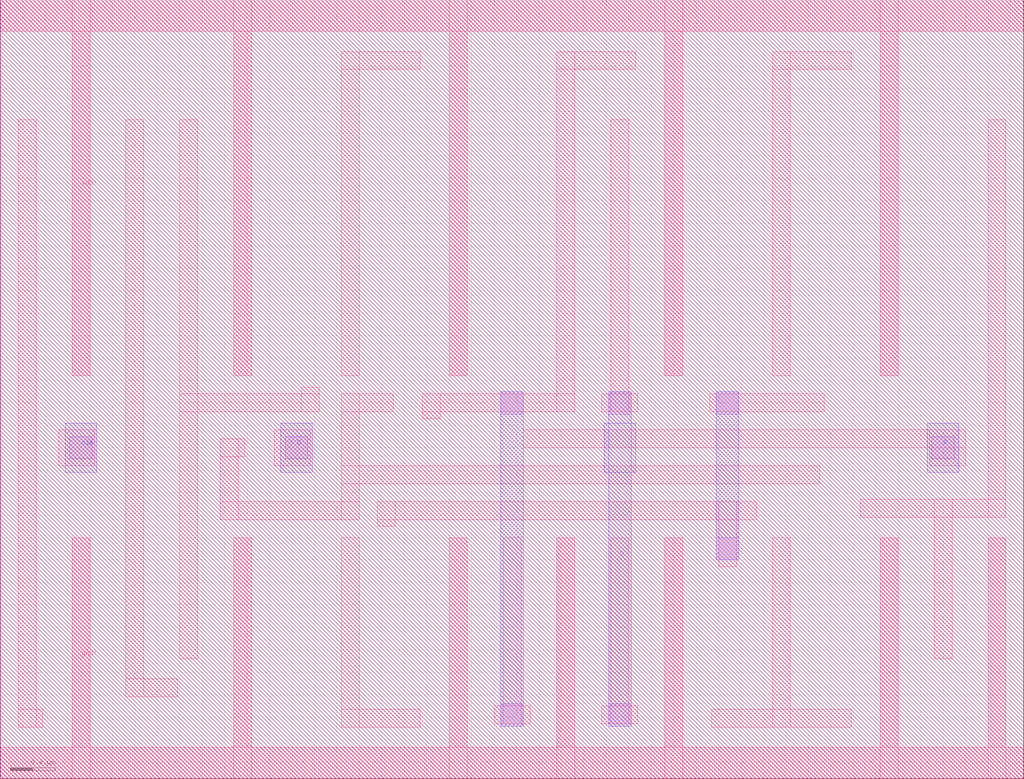
<source format=lef>
NAMESCASESENSITIVE ON ;
BUSBITCHARS "[]" ;

UNITS
  DATABASE MICRONS 1000 ;
END UNITS

MANUFACTURINGGRID 0.01 ;

DIVIDERCHAR "/" ;
#MINFEATURE 0.001 0.001 ;


#LAYER GRLOGIC
#  TYPE  MASTERSLICE ;
#END GRLOGIC

#LAYER NW
#  TYPE	MASTERSLICE ;
#END NW

#LAYER RX
#  TYPE	MASTERSLICE ;
#END RX

#LAYER BP
#  TYPE	MASTERSLICE ;
#END BP

#LAYER PC
#  TYPE	MASTERSLICE ;
#END PC

#LAYER CA
#  TYPE	CUT ;
#END CA

LAYER M1
  TYPE		ROUTING ;
  DIRECTION	HORIZONTAL ;
  PITCH		0.48 ;
  WIDTH		0.16 ;
  AREA		0.12 ;
  SPACING	0.16 ;
  SPACING	0.26 RANGE 1.76 4 ;
  SPACING	0.36 RANGE 4 8 ;
  SPACING	1.12 RANGE 8 25 ;
  SPACING	1.92 RANGE 25 100000 ;
END M1

LAYER V1
  TYPE	CUT ;
END V1

LAYER M2
  TYPE		ROUTING ;
  DIRECTION	VERTICAL ;
  PITCH		0.48 ;
  WIDTH		0.2 ;
  AREA		0.12 ;
  SPACING	0.2 ;
  SPACING	0.28 RANGE 2 4 ;
  SPACING	0.36 RANGE 4 8 ;
  SPACING	1.12 RANGE 8 25 ;
  SPACING	1.92 RANGE 25 100000 ;
  CURRENTDEN 0 ;
END M2

LAYER V2
  TYPE	CUT ;
END V2

LAYER M3
  TYPE		ROUTING ;
  DIRECTION	HORIZONTAL ;
  PITCH		0.48 ;
  WIDTH		0.2 ;
  AREA		0.12 ;
  SPACING	0.2 ;
  SPACING	0.28 RANGE 2 4 ;
  SPACING	0.36 RANGE 4 8 ;
  SPACING	1.12 RANGE 8 25 ;
  SPACING	1.92 RANGE 25 100000 ;
END M3

LAYER V3
  TYPE	CUT ;
END V3

LAYER M4
  TYPE		ROUTING ;
  DIRECTION	VERTICAL ;
  PITCH		0.48 ;
  WIDTH		0.2 ;
  AREA		0.12 ;
  SPACING	0.2 ;
  SPACING	0.28 RANGE 2 4 ;
  SPACING	0.36 RANGE 4 8 ;
  SPACING	1.12 RANGE 8 25 ;
  SPACING	1.92 RANGE 25 100000 ;
END M4

LAYER V4
  TYPE	CUT ;
END V4

LAYER M5
  TYPE		ROUTING ;
  DIRECTION	HORIZONTAL ;
  PITCH		0.48 ;
  WIDTH		0.2 ;
  AREA		0.12 ;
  SPACING	0.2 ;
  SPACING	0.28 RANGE 2 4 ;
  SPACING	0.36 RANGE 4 8 ;
  SPACING	1.12 RANGE 8 25 ;
  SPACING	1.92 RANGE 25 100000 ;
END M5

LAYER V5
  TYPE	CUT ;
END V5

LAYER M6
  TYPE		ROUTING ;
  DIRECTION	VERTICAL ;
  PITCH		0.48 ;
  WIDTH		0.2 ;
  AREA		0.12 ;
  SPACING	0.2 ;
  SPACING	0.28 RANGE 2 4 ;
  SPACING	0.36 RANGE 4 8 ;
  SPACING	1.12 RANGE 8 25 ;
  SPACING	1.92 RANGE 25 100000 ;
END M6

LAYER OVERLAP
  TYPE	OVERLAP ;
END OVERLAP

SPACING
  SAMENET M1  M1	0.16 STACK ;
  SAMENET M2  M2	0.2 STACK ;
  SAMENET M3  M3	0.2 STACK ;
  SAMENET M4  M4	0.2 STACK ;
  SAMENET M5  M5	0.2 STACK ;
  SAMENET M6  M6	0.2 STACK ;
  SAMENET V1  V1	0.2 ;
  SAMENET V2  V2	0.2 ;
  SAMENET V3  V3	0.2 ;
  SAMENET V4  V4	0.2 ;
  SAMENET V5  V5	0.2 ;
  SAMENET V1  V2	0.00 STACK ;
  SAMENET V2  V3	0.00 STACK ;
  SAMENET V3  V4	0.00 STACK ;
  SAMENET V4  V5	0.00 STACK ;
  SAMENET V1  V3	0.00 STACK ;
  SAMENET V2  V4	0.00 STACK ;
  SAMENET V3  V5	0.00 STACK ;
  SAMENET V1  V4	0.00 STACK ;
  SAMENET V2  V5	0.00 STACK ;
  SAMENET V1  V5	0.00 STACK ;
END SPACING

VIA via5 DEFAULT
  LAYER M5 ;
    RECT -0.1 -0.1 0.1 0.1 ;
  LAYER V5 ;
    RECT -0.1 -0.1 0.1 0.1 ;
  LAYER M6 ;
    RECT -0.1 -0.1 0.1 0.1 ;
END via5

VIA via4 DEFAULT
  LAYER M4 ;
    RECT -0.1 -0.1 0.1 0.1 ;
  LAYER V4 ;
    RECT -0.1 -0.1 0.1 0.1 ;
  LAYER M5 ;
    RECT -0.1 -0.1 0.1 0.1 ;
END via4

VIA via3 DEFAULT
  LAYER M4 ;
    RECT -0.1 -0.1 0.1 0.1 ;
  LAYER V3 ;
    RECT -0.1 -0.1 0.1 0.1 ;
  LAYER M3 ;
    RECT -0.1 -0.1 0.1 0.1 ;
END via3

VIA via2 DEFAULT
  LAYER M3 ;
    RECT -0.1 -0.1 0.1 0.1 ;
  LAYER V2 ;
    RECT -0.1 -0.1 0.1 0.1 ;
  LAYER M2 ;
    RECT -0.1 -0.1 0.1 0.1 ;
END via2

VIA via1 DEFAULT
  LAYER M2 ;
    RECT -0.1 -0.1 0.1 0.1 ;
  LAYER V1 ;
    RECT -0.1 -0.1 0.1 0.1 ;
  LAYER M1 ;
    RECT -0.12 -0.12 0.12 0.12 ;
END via1

VIARULE via1Array GENERATE
  LAYER M1 ;
    DIRECTION HORIZONTAL ;
    OVERHANG 0.09 ;
    METALOVERHANG 0 ;
  LAYER M2 ;
    DIRECTION VERTICAL ;
    OVERHANG 0.09 ;
    METALOVERHANG 0 ;
  LAYER V1 ;
    RECT -0.1 -0.1 0.1 0.1 ;
    SPACING 0.4 BY 0.4 ;
END via1Array

VIARULE via2Array GENERATE
  LAYER M3 ;
    DIRECTION HORIZONTAL ;
    OVERHANG 0.06 ;
    METALOVERHANG 0 ;
  LAYER M2 ;
    DIRECTION VERTICAL ;
    OVERHANG 0.06 ;
    METALOVERHANG 0 ;
  LAYER V2 ;
    RECT -0.1 -0.1 0.1 0.1 ;
    SPACING 0.4 BY 0.4 ;
END via2Array

VIARULE via3Array GENERATE
  LAYER M3 ;
    DIRECTION HORIZONTAL ;
    OVERHANG 0.06 ;
    METALOVERHANG 0 ;
  LAYER M4 ;
    DIRECTION VERTICAL ;
    OVERHANG 0.06 ;
    METALOVERHANG 0 ;
  LAYER V3 ;
    RECT -0.1 -0.1 0.1 0.1 ;
    SPACING 0.4 BY 0.4 ;
END via3Array

VIARULE via4Array GENERATE
  LAYER M5 ;
    DIRECTION HORIZONTAL ;
    OVERHANG 0.06 ;
    METALOVERHANG 0 ;
  LAYER M4 ;
    DIRECTION VERTICAL ;
    OVERHANG 0.06 ;
    METALOVERHANG 0 ;
  LAYER V4 ;
    RECT -0.1 -0.1 0.1 0.1 ;
    SPACING 0.4 BY 0.4 ;
END via4Array

VIARULE via5Array GENERATE
  LAYER M5 ;
    DIRECTION HORIZONTAL ;
    OVERHANG 0.06 ;
    METALOVERHANG 0 ;
  LAYER M6 ;
    DIRECTION VERTICAL ;
    OVERHANG 0.09 ;
    METALOVERHANG 0 ;
  LAYER V5 ;
    RECT -0.1 -0.1 0.1 0.1 ;
    SPACING 0.4 BY 0.4 ;
END via5Array

VIARULE TURNM1 GENERATE
  LAYER M1 ;
    DIRECTION HORIZONTAL ;
  LAYER M1 ;
    DIRECTION VERTICAL ;
END TURNM1

VIARULE TURNM2 GENERATE
  LAYER M2 ;
    DIRECTION HORIZONTAL ;
  LAYER M2 ;
    DIRECTION VERTICAL ;
END TURNM2

VIARULE TURNM3 GENERATE
  LAYER M3 ;
    DIRECTION HORIZONTAL ;
  LAYER M3 ;
    DIRECTION VERTICAL ;
END TURNM3

VIARULE TURNM4 GENERATE
  LAYER M4 ;
    DIRECTION HORIZONTAL ;
  LAYER M4 ;
    DIRECTION VERTICAL ;
END TURNM4

VIARULE TURNM5 GENERATE
  LAYER M5 ;
    DIRECTION HORIZONTAL ;
  LAYER M5 ;
    DIRECTION VERTICAL ;
END TURNM5

VIARULE TURNM6 GENERATE
  LAYER M6 ;
    DIRECTION HORIZONTAL ;
  LAYER M6 ;
    DIRECTION VERTICAL ;
END TURNM6


SITE  CoreSite
    CLASS       CORE ;
    SYMMETRY    Y ;
    SIZE        0.480 BY 6.940 ;
END  CoreSite

SITE  TDCoverSite
    CLASS       CORE ;
    SIZE        0.100 BY 0.100 ;
END  TDCoverSite

SITE  SBlockSite
    CLASS       CORE ;
    SIZE        0.100 BY 0.100 ;
END  SBlockSite

SITE  PortCellSite
    CLASS       PAD ;
    SIZE        0.100 BY 0.100 ;
END  PortCellSite

SITE  Core
    CLASS       CORE ;
    SYMMETRY    Y ;
    SIZE        0.480 BY 6.940 ;
END  Core

MACRO inv
    CLASS CORE ;
    FOREIGN inv 0 -2.95 ;
    ORIGIN 0.00 2.95 ;
    SIZE 0.96 BY 6.94 ;
    SITE CoreSite ;
    SYMMETRY X Y ;
    SITE core ;
    PIN a
        DIRECTION INPUT ;
        PORT
        LAYER M2 ;
        RECT  0.10 -0.22 0.38 0.22 ;
        END
    END a
    PIN out
        DIRECTION OUTPUT ;
        PORT
        LAYER M2 ;
        RECT  0.58 -0.22 0.86 0.22 ;
        END
    END out
    PIN vdd!
        DIRECTION INOUT ;
	USE POWER ;
	SHAPE ABUTMENT ;
        USE POWER ;
        SHAPE ABUTMENT ;
        PORT
        LAYER M1 ;
        RECT  0.00 3.71 0.96 3.99 ;
        RECT  0.16 0.64 0.32 3.99 ;
        END
    END vdd!
    PIN gnd!
        DIRECTION INOUT ;
	USE GROUND ;
	SHAPE ABUTMENT ;
        USE GROUND ;
        SHAPE ABUTMENT ;
        PORT
        LAYER M1 ;
        RECT  0.00 -2.95 0.96 -2.67 ;
        RECT  0.16 -2.95 0.32 -0.80 ;
        END
    END gnd!
    OBS
        LAYER M1 ;
        RECT  0.10 -0.16 0.42 0.16 ;
        RECT  0.60 -0.16 0.84 0.16 ;
        RECT  0.64 -1.88 0.80 2.92 ;
        RECT  0.00 3.71 0.96 3.99 ;
        RECT  0.16 0.64 0.32 3.99 ;
        RECT  0.00 -2.95 0.96 -2.67 ;
        RECT  0.16 -2.95 0.32 -0.80 ;
        LAYER V1 ;
        RECT  0.14 -0.10 0.34 0.10 ;
        RECT  0.62 -0.10 0.82 0.10 ;
    END
END inv

MACRO oai211
    CLASS CORE ;
    FOREIGN oai211 0 -2.95 ;
    ORIGIN 0.00 2.95 ;
    SIZE 2.40 BY 6.94 ;
    SITE CoreSite ;
    SYMMETRY X Y ;
    SITE core ;
    PIN d
        DIRECTION OUTPUT ;
        PORT
        LAYER M2 ;
        RECT  0.10 -0.22 0.38 0.22 ;
        END
    END d
    PIN out
        DIRECTION OUTPUT ;
        PORT
        LAYER M2 ;
        RECT  1.54 -0.22 1.82 0.22 ;
        END
    END out
    PIN a
        DIRECTION OUTPUT ;
        PORT
        LAYER M2 ;
        RECT  1.06 -0.22 1.34 0.22 ;
        END
    END a
    PIN c
        DIRECTION OUTPUT ;
        PORT
        LAYER M2 ;
        RECT  0.58 -0.22 0.86 0.22 ;
        END
    END c
    PIN b
        DIRECTION OUTPUT ;
        PORT
        LAYER M2 ;
        RECT  2.02 -0.22 2.30 0.22 ;
        END
    END b
    PIN vdd!
        DIRECTION INOUT ;
	USE POWER ;
	SHAPE ABUTMENT ;
        USE POWER ;
        SHAPE ABUTMENT ;
        PORT
        LAYER M1 ;
        RECT  0.00 3.71 2.40 3.99 ;
        RECT  1.12 0.64 1.28 3.99 ;
        RECT  0.16 0.64 0.32 3.99 ;
        END
    END vdd!
    PIN gnd!
        DIRECTION INOUT ;
	USE GROUND ;
	SHAPE ABUTMENT ;
        USE GROUND ;
        SHAPE ABUTMENT ;
        PORT
        LAYER M1 ;
        RECT  0.00 -2.95 2.40 -2.67 ;
        RECT  0.16 -2.95 0.32 -0.80 ;
        END
    END gnd!
    OBS
        LAYER M1 ;
        RECT  0.12 -0.16 0.44 0.16 ;
        RECT  0.60 -0.16 0.92 0.16 ;
        RECT  1.08 -0.16 1.40 0.16 ;
        RECT  1.56 -0.16 1.80 0.16 ;
        RECT  1.60 -1.88 1.76 0.48 ;
        RECT  0.64 0.32 2.24 0.48 ;
        RECT  0.64 0.32 0.80 2.92 ;
        RECT  2.08 0.32 2.24 2.92 ;
        RECT  1.12 -2.20 2.24 -2.04 ;
        RECT  1.12 -2.20 1.28 -0.80 ;
        RECT  2.08 -2.20 2.24 -0.80 ;
        RECT  1.96 -0.16 2.28 0.16 ;
        RECT  0.00 3.71 2.40 3.99 ;
        RECT  1.12 0.64 1.28 3.99 ;
        RECT  0.16 0.64 0.32 3.99 ;
        RECT  0.00 -2.95 2.40 -2.67 ;
        RECT  0.16 -2.95 0.32 -0.80 ;
        LAYER V1 ;
        RECT  0.14 -0.10 0.34 0.10 ;
        RECT  0.62 -0.10 0.82 0.10 ;
        RECT  1.10 -0.10 1.30 0.10 ;
        RECT  1.58 -0.10 1.78 0.10 ;
        RECT  2.06 -0.10 2.26 0.10 ;
        LAYER M2 ;
        RECT  0.10 -0.22 0.38 0.22 ;
        RECT  1.54 -0.22 1.82 0.22 ;
        RECT  1.06 -0.22 1.34 0.22 ;
        RECT  0.58 -0.22 0.86 0.22 ;
        RECT  2.02 -0.22 2.30 0.22 ;
    END
END oai211

MACRO oai21
    CLASS CORE ;
    FOREIGN oai21 0 -2.95 ;
    ORIGIN 0.00 2.95 ;
    SIZE 1.92 BY 6.94 ;
    SITE CoreSite ;
    SYMMETRY X Y ;
    SITE core ;
    PIN a
        DIRECTION INPUT ;
        PORT
        LAYER M2 ;
        RECT  0.10 -0.22 0.38 0.22 ;
        END
    END a
    PIN b
        DIRECTION INPUT ;
        PORT
        LAYER M2 ;
        RECT  0.58 -0.22 0.86 0.22 ;
        END
    END b
    PIN c
        DIRECTION INPUT ;
        PORT
        LAYER M2 ;
        RECT  1.06 -0.22 1.34 0.22 ;
        END
    END c
    PIN out
        DIRECTION OUTPUT ;
        PORT
        LAYER M2 ;
        RECT  1.54 -0.22 1.82 0.22 ;
        END
    END out
    PIN vdd!
        DIRECTION INOUT ;
	USE POWER ;
	SHAPE ABUTMENT ;
        USE POWER ;
        SHAPE ABUTMENT ;
        PORT
        LAYER M1 ;
        RECT  0.00 3.71 1.92 3.99 ;
        RECT  1.60 0.64 1.76 3.99 ;
        RECT  0.16 0.64 0.32 3.99 ;
        END
    END vdd!
    PIN gnd!
        DIRECTION INOUT ;
	USE GROUND ;
	SHAPE ABUTMENT ;
        USE GROUND ;
        SHAPE ABUTMENT ;
        PORT
        LAYER M1 ;
        RECT  0.00 -2.95 1.92 -2.67 ;
        RECT  0.64 -2.95 0.80 -0.80 ;
        END
    END gnd!
    OBS
        LAYER M1 ;
        RECT  0.12 -0.16 0.44 0.16 ;
        RECT  0.60 -0.16 0.92 0.16 ;
        RECT  0.16 -1.88 0.32 -0.32 ;
        RECT  1.12 -1.88 1.28 -0.32 ;
        RECT  0.16 -0.48 1.28 -0.32 ;
        RECT  1.08 -0.16 1.40 0.16 ;
        RECT  1.56 -0.16 1.80 0.16 ;
        RECT  1.60 -1.88 1.76 0.48 ;
        RECT  1.12 0.32 1.76 0.48 ;
        RECT  1.12 0.32 1.28 2.92 ;
        RECT  0.00 3.71 1.92 3.99 ;
        RECT  1.60 0.64 1.76 3.99 ;
        RECT  0.16 0.64 0.32 3.99 ;
        RECT  0.00 -2.95 1.92 -2.67 ;
        RECT  0.64 -2.95 0.80 -0.80 ;
        LAYER V1 ;
        RECT  0.14 -0.10 0.34 0.10 ;
        RECT  0.62 -0.10 0.82 0.10 ;
        RECT  1.10 -0.10 1.30 0.10 ;
        RECT  1.58 -0.10 1.78 0.10 ;
    END
END oai21

MACRO nand2
    CLASS CORE ;
    FOREIGN nand2 0 -2.95 ;
    ORIGIN 0.00 2.95 ;
    SIZE 1.44 BY 6.94 ;
    SITE CoreSite ;
    SYMMETRY X Y ;
    SITE core ;
    PIN a
        DIRECTION INPUT ;
        PORT
        LAYER M2 ;
        RECT  0.10 -0.22 0.38 0.22 ;
        END
    END a
    PIN b
        DIRECTION INPUT ;
        PORT
        LAYER M2 ;
        RECT  0.58 -0.22 0.86 0.22 ;
        END
    END b
    PIN out
        DIRECTION OUTPUT ;
        PORT
        LAYER M2 ;
        RECT  1.06 -0.22 1.34 0.22 ;
        END
    END out
    PIN vdd!
        DIRECTION INOUT ;
	USE POWER ;
	SHAPE ABUTMENT ;
        USE POWER ;
        SHAPE ABUTMENT ;
        PORT
        LAYER M1 ;
        RECT  0.00 3.71 1.44 3.99 ;
        RECT  1.12 0.64 1.28 3.99 ;
        RECT  0.16 0.64 0.32 3.99 ;
        END
    END vdd!
    PIN gnd!
        DIRECTION INOUT ;
	USE GROUND ;
	SHAPE ABUTMENT ;
        USE GROUND ;
        SHAPE ABUTMENT ;
        PORT
        LAYER M1 ;
        RECT  0.00 -2.95 1.44 -2.67 ;
        RECT  0.16 -2.95 0.32 -0.80 ;
        END
    END gnd!
    OBS
        LAYER M1 ;
        RECT  0.12 -0.16 0.44 0.16 ;
        RECT  0.60 -0.16 0.92 0.16 ;
        RECT  1.08 -0.16 1.32 0.16 ;
        RECT  1.12 -1.88 1.28 0.48 ;
        RECT  0.64 0.32 1.28 0.48 ;
        RECT  0.64 0.32 0.80 2.92 ;
        RECT  0.00 3.71 1.44 3.99 ;
        RECT  1.12 0.64 1.28 3.99 ;
        RECT  0.16 0.64 0.32 3.99 ;
        RECT  0.00 -2.95 1.44 -2.67 ;
        RECT  0.16 -2.95 0.32 -0.80 ;
        LAYER V1 ;
        RECT  0.14 -0.10 0.34 0.10 ;
        RECT  0.62 -0.10 0.82 0.10 ;
        RECT  1.10 -0.10 1.30 0.10 ;
    END
END nand2

MACRO mux2to1
    CLASS CORE ;
    FOREIGN mux2to1 0 -2.95 ;
    ORIGIN 0.00 2.95 ;
    SIZE 3.36 BY 6.94 ;
    SITE CoreSite ;
    SYMMETRY X Y ;
    SITE core ;
    PIN b
        DIRECTION INPUT ;
        PORT
        LAYER M2 ;
        RECT  2.02 -0.22 2.30 0.22 ;
        END
    END b
    PIN out
        DIRECTION OUTPUT ;
        PORT
        LAYER M2 ;
        RECT  2.98 -0.22 3.26 0.22 ;
        END
    END out
    PIN s
        DIRECTION INPUT ;
        PORT
        LAYER M2 ;
        RECT  0.58 -0.22 0.86 0.22 ;
        END
    END s
    PIN a
        DIRECTION INPUT ;
        PORT
        LAYER M2 ;
        RECT  1.06 -0.22 1.34 0.22 ;
        END
    END a
    PIN vdd!
        DIRECTION INOUT ;
	USE POWER ;
	SHAPE ABUTMENT ;
        USE POWER ;
        SHAPE ABUTMENT ;
        PORT
        LAYER M1 ;
        RECT  0.00 3.71 3.36 3.99 ;
        RECT  2.56 0.64 2.72 3.99 ;
        RECT  0.64 0.64 0.80 3.99 ;
        END
    END vdd!
    PIN gnd!
        DIRECTION INOUT ;
	USE GROUND ;
	SHAPE ABUTMENT ;
        USE GROUND ;
        SHAPE ABUTMENT ;
        PORT
        LAYER M1 ;
        RECT  0.00 -2.95 3.36 -2.67 ;
        RECT  2.56 -2.95 2.72 -0.80 ;
        RECT  0.64 -2.95 0.80 -0.80 ;
        END
    END gnd!
    OBS
        LAYER M1 ;
        RECT  0.52 -0.16 0.84 0.16 ;
        RECT  1.00 -0.16 1.32 0.16 ;
        RECT  0.16 -0.64 1.76 -0.48 ;
        RECT  1.60 -0.64 1.76 0.14 ;
        RECT  0.16 -1.88 0.32 2.92 ;
        RECT  1.60 -2.49 2.30 -2.33 ;
        RECT  1.60 -2.49 1.76 -0.80 ;
        RECT  2.04 -0.16 2.36 0.16 ;
        RECT  2.68 -0.14 2.84 0.48 ;
        RECT  1.60 0.32 2.84 0.48 ;
        RECT  1.60 0.32 1.76 2.92 ;
        RECT  3.00 -0.16 3.24 0.16 ;
        RECT  3.04 -1.88 3.20 2.92 ;
        LAYER V1 ;
        RECT  0.62 -0.10 0.82 0.10 ;
        RECT  1.10 -0.10 1.30 0.10 ;
        RECT  2.06 -0.10 2.26 0.10 ;
        RECT  3.02 -0.10 3.22 0.10 ;
    END
END mux2to1

MACRO xor2
    CLASS CORE ;
    FOREIGN xor2 0 -2.95 ;
    ORIGIN 0.00 2.95 ;
    SIZE 2.88 BY 6.94 ;
    SITE CoreSite ;
    SYMMETRY X Y ;
    SITE core ;
    PIN out
        DIRECTION OUTPUT ;
        PORT
        LAYER M2 ;
        RECT  2.02 -0.22 2.30 0.22 ;
        END
    END out
    PIN b
        DIRECTION INPUT ;
        PORT
        LAYER M2 ;
        RECT  1.54 -0.22 1.82 0.22 ;
        END
    END b
    PIN a
        DIRECTION INPUT ;
        PORT
        LAYER M2 ;
        RECT  2.50 -0.22 2.78 0.22 ;
        END
    END a
    PIN vdd!
        DIRECTION INOUT ;
	USE POWER ;
	SHAPE ABUTMENT ;
        USE POWER ;
        SHAPE ABUTMENT ;
        PORT
        LAYER M1 ;
        RECT  0.00 3.71 2.88 3.99 ;
        RECT  1.12 0.64 1.28 3.99 ;
        END
    END vdd!
    PIN gnd!
        DIRECTION INOUT ;
	USE GROUND ;
	SHAPE ABUTMENT ;
        USE GROUND ;
        SHAPE ABUTMENT ;
        PORT
        LAYER M1 ;
        RECT  0.00 -2.95 2.88 -2.67 ;
        RECT  2.56 -2.95 2.72 -0.80 ;
        RECT  1.12 -2.95 1.28 -0.80 ;
        RECT  0.16 -2.95 0.32 -0.80 ;
        END
    END gnd!
    OBS
        LAYER M1 ;
        RECT  0.64 -1.88 0.80 0.08 ;
        RECT  0.16 -0.08 1.40 0.08 ;
        RECT  1.24 -0.14 1.40 0.14 ;
        RECT  0.16 -0.08 0.32 2.92 ;
        RECT  1.56 -0.16 1.88 0.16 ;
        RECT  1.60 -0.16 1.76 0.48 ;
        RECT  0.48 0.32 1.76 0.48 ;
        RECT  0.48 0.32 0.64 0.54 ;
        RECT  1.60 -1.88 1.76 -0.32 ;
        RECT  1.60 -0.48 2.24 -0.32 ;
        RECT  2.04 -0.16 2.28 0.16 ;
        RECT  2.08 -0.48 2.24 2.92 ;
        RECT  1.60 0.64 1.76 3.24 ;
        RECT  2.56 0.64 2.72 3.24 ;
        RECT  1.60 3.08 2.72 3.24 ;
        RECT  2.44 -0.16 2.76 0.16 ;
        RECT  0.00 3.71 2.88 3.99 ;
        RECT  1.12 0.64 1.28 3.99 ;
        RECT  0.00 -2.95 2.88 -2.67 ;
        RECT  2.56 -2.95 2.72 -0.80 ;
        RECT  1.12 -2.95 1.28 -0.80 ;
        RECT  0.16 -2.95 0.32 -0.80 ;
        LAYER V1 ;
        RECT  1.58 -0.10 1.78 0.10 ;
        RECT  2.06 -0.10 2.26 0.10 ;
        RECT  2.54 -0.10 2.74 0.10 ;
    END
END xor2

MACRO nor2
    CLASS CORE ;
    FOREIGN nor2 0 -2.95 ;
    ORIGIN 0.00 2.95 ;
    SIZE 1.44 BY 6.94 ;
    SITE CoreSite ;
    SYMMETRY X Y ;
    SITE core ;
    PIN out
        DIRECTION OUTPUT ;
        PORT
        LAYER M2 ;
        RECT  1.06 -0.22 1.34 0.22 ;
        END
    END out
    PIN a
        DIRECTION INPUT ;
        PORT
        LAYER M2 ;
        RECT  0.10 -0.22 0.38 0.22 ;
        END
    END a
    PIN b
        DIRECTION INPUT ;
        PORT
        LAYER M2 ;
        RECT  0.58 -0.22 0.86 0.22 ;
        END
    END b
    PIN vdd!
        DIRECTION INOUT ;
	USE POWER ;
	SHAPE ABUTMENT ;
        USE POWER ;
        SHAPE ABUTMENT ;
        PORT
        LAYER M1 ;
        RECT  0.00 3.71 1.44 3.99 ;
        RECT  0.16 0.64 0.32 3.99 ;
        END
    END vdd!
    PIN gnd!
        DIRECTION INOUT ;
	USE GROUND ;
	SHAPE ABUTMENT ;
        USE GROUND ;
        SHAPE ABUTMENT ;
        PORT
        LAYER M1 ;
        RECT  0.00 -2.95 1.44 -2.67 ;
        RECT  1.12 -2.95 1.28 -0.80 ;
        RECT  0.16 -2.95 0.32 -0.80 ;
        END
    END gnd!
    OBS
        LAYER M1 ;
        RECT  0.12 -0.16 0.44 0.16 ;
        RECT  0.60 -0.16 0.92 0.16 ;
        RECT  0.64 -1.88 0.80 -0.32 ;
        RECT  0.64 -0.48 1.28 -0.32 ;
        RECT  1.08 -0.16 1.32 0.16 ;
        RECT  1.12 -0.48 1.28 2.92 ;
        RECT  0.00 3.71 1.44 3.99 ;
        RECT  0.16 0.64 0.32 3.99 ;
        RECT  0.00 -2.95 1.44 -2.67 ;
        RECT  1.12 -2.95 1.28 -0.80 ;
        RECT  0.16 -2.95 0.32 -0.80 ;
        LAYER V1 ;
        RECT  0.14 -0.10 0.34 0.10 ;
        RECT  0.62 -0.10 0.82 0.10 ;
        RECT  1.10 -0.10 1.30 0.10 ;
    END
END nor2

MACRO aoi22
    CLASS CORE ;
    FOREIGN aoi22 0 -2.95 ;
    ORIGIN 0.00 2.95 ;
    SIZE 2.40 BY 6.94 ;
    SITE CoreSite ;
    SYMMETRY X Y ;
    SITE core ;
    PIN a
        DIRECTION INPUT ;
        PORT
        LAYER M2 ;
        RECT  0.10 -0.22 0.38 0.22 ;
        END
    END a
    PIN b
        DIRECTION INPUT ;
        PORT
        LAYER M2 ;
        RECT  0.58 -0.22 0.86 0.22 ;
        END
    END b
    PIN c
        DIRECTION INPUT ;
        PORT
        LAYER M2 ;
        RECT  1.06 -0.22 1.34 0.22 ;
        END
    END c
    PIN out
        DIRECTION OUTPUT ;
        PORT
        LAYER M2 ;
        RECT  1.54 -0.22 1.82 0.22 ;
        END
    END out
    PIN d
        DIRECTION INPUT ;
        PORT
        LAYER M2 ;
        RECT  2.02 -0.22 2.30 0.22 ;
        END
    END d
    PIN vdd!
        DIRECTION INOUT ;
	USE POWER ;
	SHAPE ABUTMENT ;
        USE POWER ;
        SHAPE ABUTMENT ;
        PORT
        LAYER M1 ;
        RECT  0.00 3.71 2.40 3.99 ;
        RECT  0.64 0.64 0.80 3.99 ;
        END
    END vdd!
    PIN gnd!
        DIRECTION INOUT ;
	USE GROUND ;
	SHAPE ABUTMENT ;
        USE GROUND ;
        SHAPE ABUTMENT ;
        PORT
        LAYER M1 ;
        RECT  0.00 -2.95 2.40 -2.67 ;
        RECT  1.12 -2.95 1.28 -0.80 ;
        END
    END gnd!
    OBS
        LAYER M1 ;
        RECT  0.12 -0.16 0.44 0.16 ;
        RECT  0.60 -0.16 0.92 0.16 ;
        RECT  1.08 -0.16 1.40 0.16 ;
        RECT  0.16 0.32 1.28 0.48 ;
        RECT  0.16 0.32 0.32 2.92 ;
        RECT  1.12 0.32 1.28 3.24 ;
        RECT  2.08 0.64 2.24 3.24 ;
        RECT  1.12 3.08 2.24 3.24 ;
        RECT  0.16 -1.88 0.32 -0.48 ;
        RECT  2.08 -1.88 2.24 -0.48 ;
        RECT  0.16 -0.64 2.24 -0.48 ;
        RECT  1.56 -0.16 1.80 0.16 ;
        RECT  1.60 -0.64 1.76 2.92 ;
        RECT  1.96 -0.16 2.28 0.16 ;
        RECT  0.00 3.71 2.40 3.99 ;
        RECT  0.64 0.64 0.80 3.99 ;
        RECT  0.00 -2.95 2.40 -2.67 ;
        RECT  1.12 -2.95 1.28 -0.80 ;
        LAYER V1 ;
        RECT  0.14 -0.10 0.34 0.10 ;
        RECT  0.62 -0.10 0.82 0.10 ;
        RECT  1.10 -0.10 1.30 0.10 ;
        RECT  1.58 -0.10 1.78 0.10 ;
        RECT  2.06 -0.10 2.26 0.10 ;
        LAYER M2 ;
        RECT  0.10 -0.22 0.38 0.22 ;
        RECT  0.58 -0.22 0.86 0.22 ;
        RECT  1.06 -0.22 1.34 0.22 ;
        RECT  1.54 -0.22 1.82 0.22 ;
        RECT  2.02 -0.22 2.30 0.22 ;
    END
END aoi22

MACRO filler
    CLASS CORE ;
    FOREIGN filler -1.11 -2.95 ;
    ORIGIN 1.11 2.95 ;
    SIZE 0.48 BY 6.94 ;
    SITE CoreSite ;
    SYMMETRY X Y ;
    SITE core ;
    PIN gnd!
        DIRECTION INOUT ;
	USE GROUND ;
	SHAPE ABUTMENT ;
        USE GROUND ;
        SHAPE ABUTMENT ;
        PORT
        LAYER M1 ;
        RECT  -1.11 -2.95 -0.63 -2.67 ;
        END
    END gnd!
    PIN vdd!
        DIRECTION INOUT ;
	USE POWER ;
	SHAPE ABUTMENT ;
        USE POWER ;
        SHAPE ABUTMENT ;
        PORT
        LAYER M1 ;
        RECT  -1.11 3.71 -0.63 3.99 ;
        END
    END vdd!
    OBS
        LAYER M1 ;
        RECT  -1.11 -2.95 -0.63 -2.67 ;
        RECT  -1.11 3.71 -0.63 3.99 ;
    END
END filler

MACRO d_ff
    CLASS CORE ;
    FOREIGN d_ff 0 -2.95 ;
    ORIGIN 0.00 2.95 ;
    SIZE 9.12 BY 6.94 ;
    SITE CoreSite ;
    SYMMETRY X Y ;
    SITE core ;
    PIN clk
        DIRECTION INPUT ;
        USE CLOCK ;
        PORT
        LAYER M2 ;
        RECT  0.58 -0.22 0.86 0.22 ;
        END
    END clk
    PIN D
        DIRECTION INPUT ;
        PORT
        LAYER M2 ;
        RECT  2.50 -0.22 2.78 0.22 ;
        END
    END D
    PIN R
        DIRECTION INPUT ;
        PORT
        LAYER M2 ;
        RECT  8.26 -0.22 8.54 0.22 ;
        END
    END R
    PIN Q
        DIRECTION OUTPUT ;
        PORT
        LAYER M2 ;
        RECT  5.38 -0.22 5.66 0.22 ;
        RECT  5.42 -2.48 5.62 0.50 ;
        END
    END Q
    PIN vdd!
        DIRECTION INOUT ;
	USE POWER ;
	SHAPE ABUTMENT ;
        USE POWER ;
        SHAPE ABUTMENT ;
        PORT
        LAYER M1 ;
        RECT  0.00 3.71 9.12 3.99 ;
        RECT  7.84 0.64 8.00 3.99 ;
        RECT  5.92 0.64 6.08 3.99 ;
        RECT  4.00 0.64 4.16 3.99 ;
        RECT  2.08 0.64 2.24 3.99 ;
        RECT  0.64 0.64 0.80 3.99 ;
        END
    END vdd!
    PIN gnd!
        DIRECTION INOUT ;
	USE GROUND ;
	SHAPE ABUTMENT ;
        USE GROUND ;
        SHAPE ABUTMENT ;
        PORT
        LAYER M1 ;
        RECT  0.00 -2.95 9.12 -2.67 ;
        RECT  8.80 -2.95 8.96 -0.80 ;
        RECT  7.84 -2.95 8.00 -0.80 ;
        RECT  5.92 -2.95 6.08 -0.80 ;
        RECT  4.96 -2.95 5.12 -0.80 ;
        RECT  4.00 -2.95 4.16 -0.80 ;
        RECT  2.08 -2.95 2.24 -0.80 ;
        RECT  0.64 -2.95 0.80 -0.80 ;
        END
    END gnd!
    OBS
        LAYER M1 ;
        RECT  0.16 -2.49 0.38 -2.33 ;
        RECT  0.16 -2.49 0.32 2.92 ;
        RECT  0.52 -0.16 0.84 0.16 ;
        RECT  1.12 -2.22 1.58 -2.06 ;
        RECT  1.12 -2.22 1.28 2.92 ;
        RECT  2.44 -0.16 2.76 0.16 ;
        RECT  1.60 0.32 2.84 0.48 ;
        RECT  2.68 0.32 2.84 0.54 ;
        RECT  1.60 -1.88 1.76 2.92 ;
        RECT  3.04 0.64 3.20 3.53 ;
        RECT  3.04 3.37 3.74 3.53 ;
        RECT  3.04 -2.49 3.74 -2.33 ;
        RECT  3.04 -2.49 3.20 -0.80 ;
        RECT  4.40 -2.46 4.72 -2.30 ;
        RECT  4.48 -2.46 4.64 -0.80 ;
        RECT  3.76 0.26 3.92 0.48 ;
        RECT  3.76 0.32 5.12 0.48 ;
        RECT  4.96 0.32 5.12 3.53 ;
        RECT  4.96 3.37 5.66 3.53 ;
        RECT  5.36 0.32 5.68 0.48 ;
        RECT  5.44 0.32 5.60 2.92 ;
        RECT  5.36 -2.46 5.68 -2.30 ;
        RECT  5.44 -2.46 5.60 -0.80 ;
        RECT  3.36 -0.70 3.52 -0.48 ;
        RECT  6.40 -1.06 6.56 -0.48 ;
        RECT  3.36 -0.64 6.74 -0.48 ;
        RECT  1.96 -0.64 3.20 -0.48 ;
        RECT  3.04 -0.32 7.30 -0.16 ;
        RECT  1.96 -0.64 2.12 0.08 ;
        RECT  1.96 -0.08 2.18 0.08 ;
        RECT  3.04 -0.64 3.20 0.48 ;
        RECT  3.04 0.32 3.50 0.48 ;
        RECT  6.32 0.32 7.34 0.48 ;
        RECT  6.88 0.64 7.04 3.53 ;
        RECT  6.88 3.37 7.58 3.53 ;
        RECT  6.34 -2.49 7.58 -2.33 ;
        RECT  6.88 -2.49 7.04 -0.80 ;
        RECT  8.28 -0.16 8.60 0.16 ;
        RECT  4.66 0.00 8.60 0.16 ;
        RECT  8.32 -1.88 8.48 -0.46 ;
        RECT  7.66 -0.62 8.96 -0.46 ;
        RECT  8.80 -0.62 8.96 2.92 ;
        RECT  0.00 3.71 9.12 3.99 ;
        RECT  7.84 0.64 8.00 3.99 ;
        RECT  5.92 0.64 6.08 3.99 ;
        RECT  4.00 0.64 4.16 3.99 ;
        RECT  2.08 0.64 2.24 3.99 ;
        RECT  0.64 0.64 0.80 3.99 ;
        RECT  0.00 -2.95 9.12 -2.67 ;
        RECT  8.80 -2.95 8.96 -0.80 ;
        RECT  7.84 -2.95 8.00 -0.80 ;
        RECT  5.92 -2.95 6.08 -0.80 ;
        RECT  4.96 -2.95 5.12 -0.80 ;
        RECT  4.00 -2.95 4.16 -0.80 ;
        RECT  2.08 -2.95 2.24 -0.80 ;
        RECT  0.64 -2.95 0.80 -0.80 ;
        LAYER V1 ;
        RECT  0.62 -0.10 0.82 0.10 ;
        RECT  2.54 -0.10 2.74 0.10 ;
        RECT  4.46 0.30 4.66 0.50 ;
        RECT  4.46 -2.48 4.66 -2.28 ;
        RECT  5.42 0.30 5.62 0.50 ;
        RECT  5.42 -2.48 5.62 -2.28 ;
        RECT  6.38 0.30 6.58 0.50 ;
        RECT  6.38 -1.00 6.58 -0.80 ;
        RECT  8.30 -0.10 8.50 0.10 ;
        LAYER M2 ;
        RECT  4.46 -2.48 4.66 0.50 ;
        RECT  6.38 -1.00 6.58 0.50 ;
    END
END d_ff

END LIBRARY

</source>
